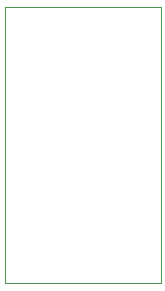
<source format=gm1>
G04 #@! TF.GenerationSoftware,KiCad,Pcbnew,6.0.4-6f826c9f35~116~ubuntu20.04.1*
G04 #@! TF.CreationDate,2022-05-17T04:12:13-04:00*
G04 #@! TF.ProjectId,clonix-41-pcb,636c6f6e-6978-42d3-9431-2d7063622e6b,rev?*
G04 #@! TF.SameCoordinates,Original*
G04 #@! TF.FileFunction,Profile,NP*
%FSLAX46Y46*%
G04 Gerber Fmt 4.6, Leading zero omitted, Abs format (unit mm)*
G04 Created by KiCad (PCBNEW 6.0.4-6f826c9f35~116~ubuntu20.04.1) date 2022-05-17 04:12:13*
%MOMM*%
%LPD*%
G01*
G04 APERTURE LIST*
G04 #@! TA.AperFunction,Profile*
%ADD10C,0.100000*%
G04 #@! TD*
G04 APERTURE END LIST*
D10*
X182372000Y-102362000D02*
X195580000Y-102362000D01*
X195580000Y-102362000D02*
X195580000Y-125730000D01*
X195580000Y-125730000D02*
X182372000Y-125730000D01*
X182372000Y-125730000D02*
X182372000Y-102362000D01*
M02*

</source>
